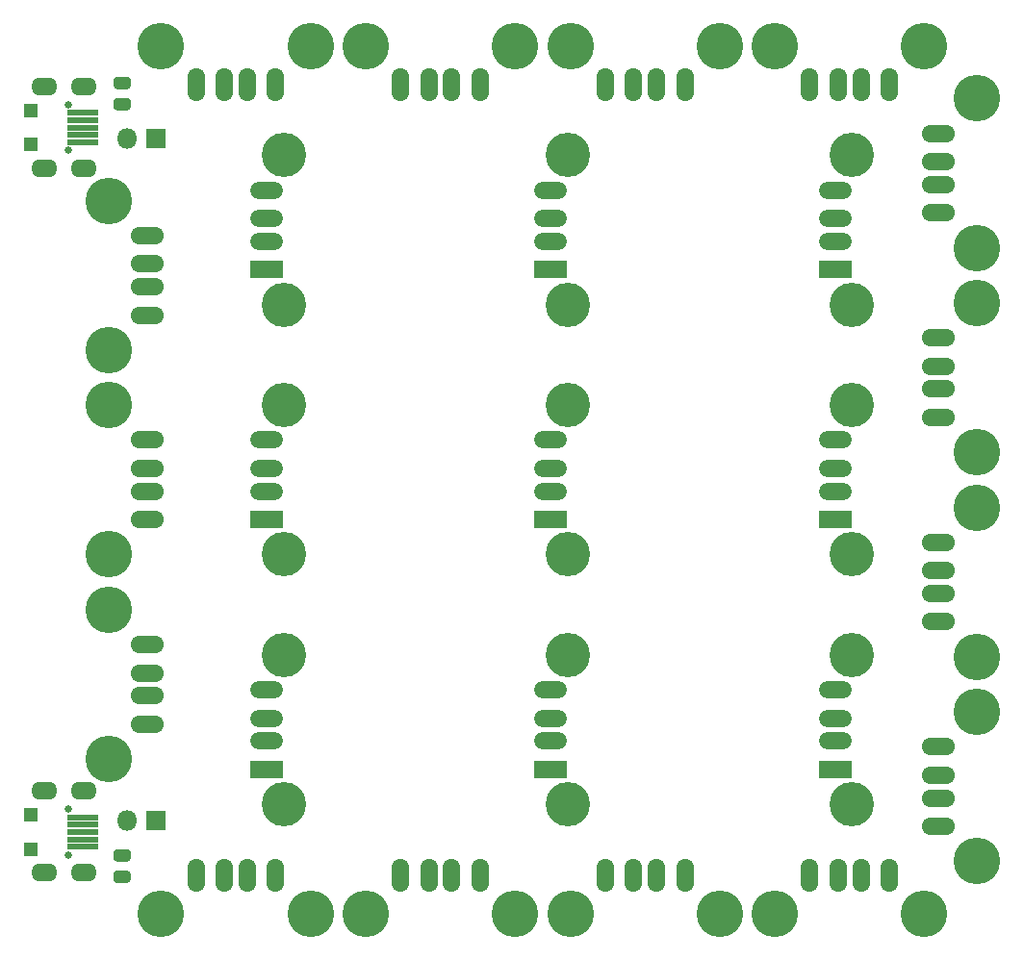
<source format=gbr>
%TF.GenerationSoftware,KiCad,Pcbnew,5.1.6-c6e7f7d~87~ubuntu20.04.1*%
%TF.CreationDate,2020-09-18T07:37:39-07:00*%
%TF.ProjectId,multi-way-usb,6d756c74-692d-4776-9179-2d7573622e6b,rev?*%
%TF.SameCoordinates,Original*%
%TF.FileFunction,Soldermask,Top*%
%TF.FilePolarity,Negative*%
%FSLAX46Y46*%
G04 Gerber Fmt 4.6, Leading zero omitted, Abs format (unit mm)*
G04 Created by KiCad (PCBNEW 5.1.6-c6e7f7d~87~ubuntu20.04.1) date 2020-09-18 07:37:39*
%MOMM*%
%LPD*%
G01*
G04 APERTURE LIST*
%ADD10O,2.916000X1.508000*%
%ADD11R,2.916000X1.508000*%
%ADD12C,3.900000*%
%ADD13O,2.956000X1.528000*%
%ADD14C,4.100000*%
%ADD15O,1.800000X1.800000*%
%ADD16R,1.800000X1.800000*%
%ADD17R,1.200000X1.200000*%
%ADD18R,2.750000X0.500000*%
%ADD19C,0.650000*%
%ADD20O,2.300000X1.600000*%
%ADD21O,1.528000X2.956000*%
G04 APERTURE END LIST*
D10*
%TO.C,J24*%
X-24296000Y-18500000D03*
X-24296000Y-21000000D03*
X-24296000Y-23000000D03*
D11*
X-24296000Y-25500000D03*
D12*
X-22800000Y-15430000D03*
X-22800000Y-28570000D03*
%TD*%
D10*
%TO.C,J23*%
X-24296000Y3500000D03*
X-24296000Y1000000D03*
X-24296000Y-1000000D03*
D11*
X-24296000Y-3500000D03*
D12*
X-22800000Y6570000D03*
X-22800000Y-6570000D03*
%TD*%
D10*
%TO.C,J22*%
X-24296000Y25500000D03*
X-24296000Y23000000D03*
X-24296000Y21000000D03*
D11*
X-24296000Y18500000D03*
D12*
X-22800000Y28570000D03*
X-22800000Y15430000D03*
%TD*%
D10*
%TO.C,J21*%
X704000Y-18500000D03*
X704000Y-21000000D03*
X704000Y-23000000D03*
D11*
X704000Y-25500000D03*
D12*
X2200000Y-15430000D03*
X2200000Y-28570000D03*
%TD*%
D10*
%TO.C,J20*%
X704000Y3500000D03*
X704000Y1000000D03*
X704000Y-1000000D03*
D11*
X704000Y-3500000D03*
D12*
X2200000Y6570000D03*
X2200000Y-6570000D03*
%TD*%
D10*
%TO.C,J19*%
X704000Y25500000D03*
X704000Y23000000D03*
X704000Y21000000D03*
D11*
X704000Y18500000D03*
D12*
X2200000Y28570000D03*
X2200000Y15430000D03*
%TD*%
D10*
%TO.C,J18*%
X25704000Y-18500000D03*
X25704000Y-21000000D03*
X25704000Y-23000000D03*
D11*
X25704000Y-25500000D03*
D12*
X27200000Y-15430000D03*
X27200000Y-28570000D03*
%TD*%
D10*
%TO.C,J17*%
X25704000Y3500000D03*
X25704000Y1000000D03*
X25704000Y-1000000D03*
D11*
X25704000Y-3500000D03*
D12*
X27200000Y6570000D03*
X27200000Y-6570000D03*
%TD*%
D10*
%TO.C,J16*%
X25704000Y25500000D03*
X25704000Y23000000D03*
X25704000Y21000000D03*
D11*
X25704000Y18500000D03*
D12*
X27200000Y28570000D03*
X27200000Y15430000D03*
%TD*%
D13*
%TO.C,J15*%
X-34776000Y-21500000D03*
X-34776000Y-19000000D03*
X-34776000Y-17000000D03*
D14*
X-38200000Y-24570000D03*
X-38200000Y-11430000D03*
D13*
X-34776000Y-14500000D03*
%TD*%
D15*
%TO.C,J28*%
X-36540000Y-30000000D03*
D16*
X-34000000Y-30000000D03*
%TD*%
D17*
%TO.C,J26*%
X-45000000Y-29500000D03*
X-45000000Y-32500000D03*
D18*
X-40440000Y-31000000D03*
D19*
X-41700000Y-29000000D03*
X-41700000Y-33000000D03*
D18*
X-40440000Y-30350000D03*
X-40440000Y-29700000D03*
X-40440000Y-31650000D03*
X-40440000Y-32300000D03*
D20*
X-43850000Y-27400000D03*
X-43850000Y-34600000D03*
X-40380000Y-34600000D03*
X-40380000Y-27400000D03*
%TD*%
D13*
%TO.C,J14*%
X-34776000Y-3500000D03*
X-34776000Y-1000000D03*
X-34776000Y1000000D03*
D14*
X-38200000Y-6570000D03*
X-38200000Y6570000D03*
D13*
X-34776000Y3500000D03*
%TD*%
%TO.C,J13*%
X-34776000Y14500000D03*
X-34776000Y17000000D03*
X-34776000Y19000000D03*
D14*
X-38200000Y11430000D03*
X-38200000Y24570000D03*
D13*
X-34776000Y21500000D03*
%TD*%
%TO.C,D2*%
G36*
G01*
X-36518750Y-33600000D02*
X-37481250Y-33600000D01*
G75*
G02*
X-37750000Y-33331250I0J268750D01*
G01*
X-37750000Y-32793750D01*
G75*
G02*
X-37481250Y-32525000I268750J0D01*
G01*
X-36518750Y-32525000D01*
G75*
G02*
X-36250000Y-32793750I0J-268750D01*
G01*
X-36250000Y-33331250D01*
G75*
G02*
X-36518750Y-33600000I-268750J0D01*
G01*
G37*
G36*
G01*
X-36518750Y-35475000D02*
X-37481250Y-35475000D01*
G75*
G02*
X-37750000Y-35206250I0J268750D01*
G01*
X-37750000Y-34668750D01*
G75*
G02*
X-37481250Y-34400000I268750J0D01*
G01*
X-36518750Y-34400000D01*
G75*
G02*
X-36250000Y-34668750I0J-268750D01*
G01*
X-36250000Y-35206250D01*
G75*
G02*
X-36518750Y-35475000I-268750J0D01*
G01*
G37*
%TD*%
D15*
%TO.C,J27*%
X-36540000Y30000000D03*
D16*
X-34000000Y30000000D03*
%TD*%
D17*
%TO.C,J25*%
X-45000000Y32500000D03*
X-45000000Y29500000D03*
D18*
X-40440000Y31000000D03*
D19*
X-41700000Y33000000D03*
X-41700000Y29000000D03*
D18*
X-40440000Y31650000D03*
X-40440000Y32300000D03*
X-40440000Y30350000D03*
X-40440000Y29700000D03*
D20*
X-43850000Y34600000D03*
X-43850000Y27400000D03*
X-40380000Y27400000D03*
X-40380000Y34600000D03*
%TD*%
D21*
%TO.C,J12*%
X-30500000Y34776000D03*
X-28000000Y34776000D03*
X-26000000Y34776000D03*
D14*
X-33570000Y38200000D03*
X-20430000Y38200000D03*
D21*
X-23500000Y34776000D03*
%TD*%
%TO.C,J11*%
X-12500000Y34776000D03*
X-10000000Y34776000D03*
X-8000000Y34776000D03*
D14*
X-15570000Y38200000D03*
X-2430000Y38200000D03*
D21*
X-5500000Y34776000D03*
%TD*%
%TO.C,J10*%
X5500000Y34776000D03*
X8000000Y34776000D03*
X10000000Y34776000D03*
D14*
X2430000Y38200000D03*
X15570000Y38200000D03*
D21*
X12500000Y34776000D03*
%TD*%
%TO.C,J9*%
X23500000Y34776000D03*
X26000000Y34776000D03*
X28000000Y34776000D03*
D14*
X20430000Y38200000D03*
X33570000Y38200000D03*
D21*
X30500000Y34776000D03*
%TD*%
D13*
%TO.C,J8*%
X34776000Y30500000D03*
X34776000Y28000000D03*
X34776000Y26000000D03*
D14*
X38200000Y33570000D03*
X38200000Y20430000D03*
D13*
X34776000Y23500000D03*
%TD*%
%TO.C,J7*%
X34776000Y12500000D03*
X34776000Y10000000D03*
X34776000Y8000000D03*
D14*
X38200000Y15570000D03*
X38200000Y2430000D03*
D13*
X34776000Y5500000D03*
%TD*%
%TO.C,J6*%
X34776000Y-5500000D03*
X34776000Y-8000000D03*
X34776000Y-10000000D03*
D14*
X38200000Y-2430000D03*
X38200000Y-15570000D03*
D13*
X34776000Y-12500000D03*
%TD*%
%TO.C,J5*%
X34776000Y-23500000D03*
X34776000Y-26000000D03*
X34776000Y-28000000D03*
D14*
X38200000Y-20430000D03*
X38200000Y-33570000D03*
D13*
X34776000Y-30500000D03*
%TD*%
D21*
%TO.C,J4*%
X30500000Y-34776000D03*
X28000000Y-34776000D03*
X26000000Y-34776000D03*
D14*
X33570000Y-38200000D03*
X20430000Y-38200000D03*
D21*
X23500000Y-34776000D03*
%TD*%
%TO.C,J3*%
X12500000Y-34776000D03*
X10000000Y-34776000D03*
X8000000Y-34776000D03*
D14*
X15570000Y-38200000D03*
X2430000Y-38200000D03*
D21*
X5500000Y-34776000D03*
%TD*%
%TO.C,J2*%
X-5500000Y-34776000D03*
X-8000000Y-34776000D03*
X-10000000Y-34776000D03*
D14*
X-2430000Y-38200000D03*
X-15570000Y-38200000D03*
D21*
X-12500000Y-34776000D03*
%TD*%
%TO.C,J1*%
X-23500000Y-34776000D03*
X-26000000Y-34776000D03*
X-28000000Y-34776000D03*
D14*
X-20430000Y-38200000D03*
X-33570000Y-38200000D03*
D21*
X-30500000Y-34776000D03*
%TD*%
%TO.C,D1*%
G36*
G01*
X-37481250Y33600000D02*
X-36518750Y33600000D01*
G75*
G02*
X-36250000Y33331250I0J-268750D01*
G01*
X-36250000Y32793750D01*
G75*
G02*
X-36518750Y32525000I-268750J0D01*
G01*
X-37481250Y32525000D01*
G75*
G02*
X-37750000Y32793750I0J268750D01*
G01*
X-37750000Y33331250D01*
G75*
G02*
X-37481250Y33600000I268750J0D01*
G01*
G37*
G36*
G01*
X-37481250Y35475000D02*
X-36518750Y35475000D01*
G75*
G02*
X-36250000Y35206250I0J-268750D01*
G01*
X-36250000Y34668750D01*
G75*
G02*
X-36518750Y34400000I-268750J0D01*
G01*
X-37481250Y34400000D01*
G75*
G02*
X-37750000Y34668750I0J268750D01*
G01*
X-37750000Y35206250D01*
G75*
G02*
X-37481250Y35475000I268750J0D01*
G01*
G37*
%TD*%
M02*

</source>
